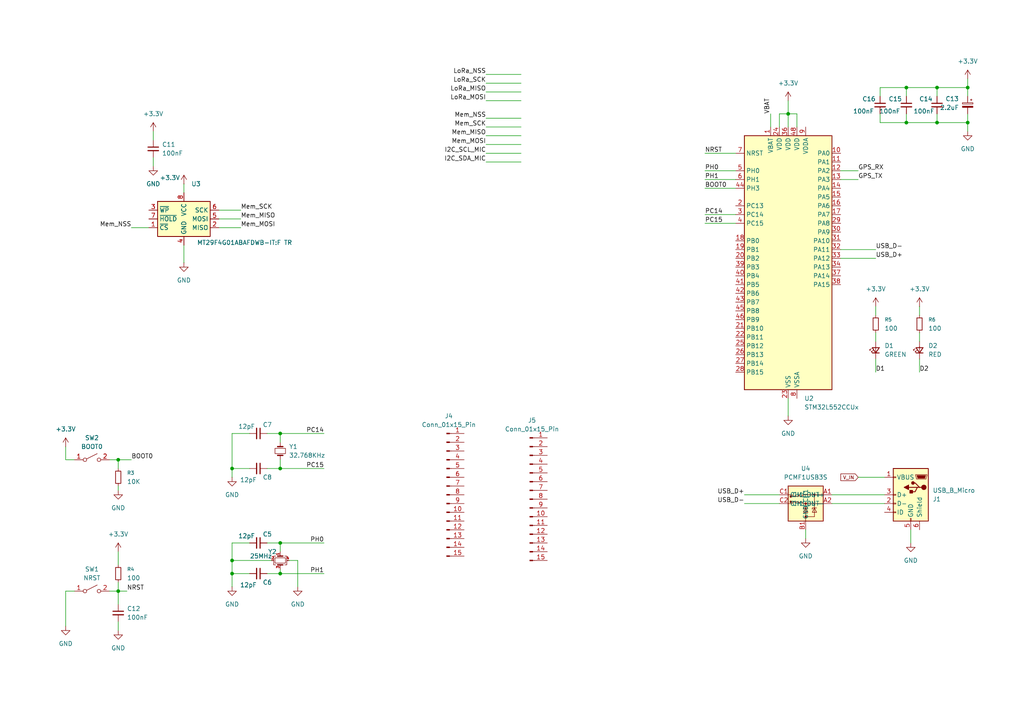
<source format=kicad_sch>
(kicad_sch (version 20250114) (generator "eeschema") (generator_version "9.0")
  (paper "A4")
  (lib_symbols
    (symbol "Connector:Conn_01x15_Pin" (pin_names (offset 1.016) (hide yes))
      (property "Reference" "J" (at 0 20.32 0))
      (property "Value" "Conn_01x15_Pin" (at 0 -20.32 0))
      (symbol "Conn_01x15_Pin_1_1"
        (rectangle (start 0.8636 17.907) (end 0 17.653) (stroke (width 0.1524)) (fill (type outline)))
        (rectangle (start 0.8636 15.367) (end 0 15.113) (stroke (width 0.1524)) (fill (type outline)))
        (rectangle (start 0.8636 12.827) (end 0 12.573) (stroke (width 0.1524)) (fill (type outline)))
        (rectangle (start 0.8636 10.287) (end 0 10.033) (stroke (width 0.1524)) (fill (type outline)))
        (rectangle (start 0.8636 7.747) (end 0 7.493) (stroke (width 0.1524)) (fill (type outline)))
        (rectangle (start 0.8636 5.207) (end 0 4.953) (stroke (width 0.1524)) (fill (type outline)))
        (rectangle (start 0.8636 2.667) (end 0 2.413) (stroke (width 0.1524)) (fill (type outline)))
        (rectangle (start 0.8636 0.127) (end 0 -0.127) (stroke (width 0.1524)) (fill (type outline)))
        (rectangle (start 0.8636 -2.413) (end 0 -2.667) (stroke (width 0.1524)) (fill (type outline)))
        (rectangle (start 0.8636 -4.953) (end 0 -5.207) (stroke (width 0.1524)) (fill (type outline)))
        (rectangle (start 0.8636 -7.493) (end 0 -7.747) (stroke (width 0.1524)) (fill (type outline)))
        (rectangle (start 0.8636 -10.033) (end 0 -10.287) (stroke (width 0.1524)) (fill (type outline)))
        (rectangle (start 0.8636 -12.573) (end 0 -12.827) (stroke (width 0.1524)) (fill (type outline)))
        (rectangle (start 0.8636 -15.113) (end 0 -15.367) (stroke (width 0.1524)) (fill (type outline)))
        (rectangle (start 0.8636 -17.653) (end 0 -17.907) (stroke (width 0.1524)) (fill (type outline)))
        (polyline (pts (xy 1.27 17.78) (xy 0.8636 17.78)) (stroke (width 0.1524)))
        (polyline (pts (xy 1.27 15.24) (xy 0.8636 15.24)) (stroke (width 0.1524)))
        (polyline (pts (xy 1.27 12.7) (xy 0.8636 12.7)) (stroke (width 0.1524)))
        (polyline (pts (xy 1.27 10.16) (xy 0.8636 10.16)) (stroke (width 0.1524)))
        (polyline (pts (xy 1.27 7.62) (xy 0.8636 7.62)) (stroke (width 0.1524)))
        (polyline (pts (xy 1.27 5.08) (xy 0.8636 5.08)) (stroke (width 0.1524)))
        (polyline (pts (xy 1.27 2.54) (xy 0.8636 2.54)) (stroke (width 0.1524)))
        (polyline (pts (xy 1.27 0) (xy 0.8636 0)) (stroke (width 0.1524)))
        (polyline (pts (xy 1.27 -2.54) (xy 0.8636 -2.54)) (stroke (width 0.1524)))
        (polyline (pts (xy 1.27 -5.08) (xy 0.8636 -5.08)) (stroke (width 0.1524)))
        (polyline (pts (xy 1.27 -7.62) (xy 0.8636 -7.62)) (stroke (width 0.1524)))
        (polyline (pts (xy 1.27 -10.16) (xy 0.8636 -10.16)) (stroke (width 0.1524)))
        (polyline (pts (xy 1.27 -12.7) (xy 0.8636 -12.7)) (stroke (width 0.1524)))
        (polyline (pts (xy 1.27 -15.24) (xy 0.8636 -15.24)) (stroke (width 0.1524)))
        (polyline (pts (xy 1.27 -17.78) (xy 0.8636 -17.78)) (stroke (width 0.1524)))
        (pin passive line (at 5.08 17.78 180) (length 3.81) (name "Pin_1") (number "1"))
        (pin passive line (at 5.08 15.24 180) (length 3.81) (name "Pin_2") (number "2"))
        (pin passive line (at 5.08 12.7 180) (length 3.81) (name "Pin_3") (number "3"))
        (pin passive line (at 5.08 10.16 180) (length 3.81) (name "Pin_4") (number "4"))
        (pin passive line (at 5.08 7.62 180) (length 3.81) (name "Pin_5") (number "5"))
        (pin passive line (at 5.08 5.08 180) (length 3.81) (name "Pin_6") (number "6"))
        (pin passive line (at 5.08 2.54 180) (length 3.81) (name "Pin_7") (number "7"))
        (pin passive line (at 5.08 0 180) (length 3.81) (name "Pin_8") (number "8"))
        (pin passive line (at 5.08 -2.54 180) (length 3.81) (name "Pin_9") (number "9"))
        (pin passive line (at 5.08 -5.08 180) (length 3.81) (name "Pin_10") (number "10"))
        (pin passive line (at 5.08 -7.62 180) (length 3.81) (name "Pin_11") (number "11"))
        (pin passive line (at 5.08 -10.16 180) (length 3.81) (name "Pin_12") (number "12"))
        (pin passive line (at 5.08 -12.7 180) (length 3.81) (name "Pin_13") (number "13"))
        (pin passive line (at 5.08 -15.24 180) (length 3.81) (name "Pin_14") (number "14"))
        (pin passive line (at 5.08 -17.78 180) (length 3.81) (name "Pin_15") (number "15"))
      )
    )
    (symbol "Connector:USB_B_Micro" (pin_names (offset 1.016))
      (property "Reference" "J" (at -5.08 11.43 0))
      (property "Value" "USB_B_Micro" (at -5.08 8.89 0))
      (symbol "USB_B_Micro_0_1"
        (rectangle (start -5.08 -7.62) (end 5.08 7.62) (stroke (width 0.254)) (fill (type background)))
        (polyline (pts (xy -4.699 5.842) (xy -4.699 5.588) (xy -4.445 4.826) (xy -4.445 4.572) (xy -1.651 4.572) (xy -1.651 4.826) (xy -1.397 5.588) (xy -1.397 5.842) (xy -4.699 5.842)))
        (polyline (pts (xy -4.318 5.588) (xy -1.778 5.588) (xy -2.032 4.826) (xy -4.064 4.826) (xy -4.318 5.588)) (fill (type outline)))
        (circle (center -3.81 2.159) (radius 0.635) (stroke (width 0.254)) (fill (type outline)))
        (polyline (pts (xy -3.175 2.159) (xy -2.54 2.159) (xy -1.27 3.429) (xy -0.635 3.429)) (stroke (width 0.254)))
        (polyline (pts (xy -2.54 2.159) (xy -1.905 2.159) (xy -1.27 0.889) (xy 0 0.889)) (stroke (width 0.254)))
        (polyline (pts (xy -1.905 2.159) (xy 0.635 2.159)) (stroke (width 0.254)))
        (circle (center -0.635 3.429) (radius 0.381) (stroke (width 0.254)) (fill (type outline)))
        (rectangle (start -0.127 -7.62) (end 0.127 -6.858))
        (rectangle (start 0.254 1.27) (end -0.508 0.508) (stroke (width 0.254)) (fill (type outline)))
        (polyline (pts (xy 0.635 2.794) (xy 0.635 1.524) (xy 1.905 2.159) (xy 0.635 2.794)) (stroke (width 0.254)) (fill (type outline)))
        (rectangle (start 5.08 4.953) (end 4.318 5.207))
        (rectangle (start 5.08 -0.127) (end 4.318 0.127))
        (rectangle (start 5.08 -2.667) (end 4.318 -2.413))
        (rectangle (start 5.08 -5.207) (end 4.318 -4.953))
      )
      (symbol "USB_B_Micro_1_1"
        (pin passive line (at -2.54 -10.16 90) (length 2.54) (name "Shield") (number "6"))
        (pin power_out line (at 0 -10.16 90) (length 2.54) (name "GND") (number "5"))
        (pin power_out line (at 7.62 5.08 180) (length 2.54) (name "VBUS") (number "1"))
        (pin bidirectional line (at 7.62 0 180) (length 2.54) (name "D+") (number "3"))
        (pin bidirectional line (at 7.62 -2.54 180) (length 2.54) (name "D-") (number "2"))
        (pin passive line (at 7.62 -5.08 180) (length 2.54) (name "ID") (number "4"))
      )
    )
    (symbol "Device:C_Polarized_Small" (pin_numbers (hide yes)) (pin_names (offset 0.254) (hide yes))
      (property "Reference" "C" (at 0.254 1.778 0))
      (property "Value" "C_Polarized_Small" (at 0.254 -2.032 0))
      (symbol "C_Polarized_Small_0_1"
        (rectangle (start -1.524 0.6858) (end 1.524 0.3048))
        (rectangle (start -1.524 -0.3048) (end 1.524 -0.6858) (fill (type outline)))
        (polyline (pts (xy -1.27 1.524) (xy -0.762 1.524)))
        (polyline (pts (xy -1.016 1.27) (xy -1.016 1.778)))
      )
      (symbol "C_Polarized_Small_1_1"
        (pin passive line (at 0 2.54 270) (length 1.8542) (name "~") (number "1"))
        (pin passive line (at 0 -2.54 90) (length 1.8542) (name "~") (number "2"))
      )
    )
    (symbol "Device:C_Small" (pin_numbers (hide yes)) (pin_names (offset 0.254) (hide yes))
      (property "Reference" "C" (at 0.254 1.778 0))
      (property "Value" "C_Small" (at 0.254 -2.032 0))
      (symbol "C_Small_0_1"
        (polyline (pts (xy -1.524 0.508) (xy 1.524 0.508)) (stroke (width 0.3048)))
        (polyline (pts (xy -1.524 -0.508) (xy 1.524 -0.508)) (stroke (width 0.3302)))
      )
      (symbol "C_Small_1_1"
        (pin passive line (at 0 2.54 270) (length 2.032) (name "~") (number "1"))
        (pin passive line (at 0 -2.54 90) (length 2.032) (name "~") (number "2"))
      )
    )
    (symbol "Device:Crystal_GND24_Small" (pin_names (offset 1.016) (hide yes))
      (property "Reference" "Y" (at 1.27 4.445 0))
      (property "Value" "Crystal_GND24_Small" (at 1.27 2.54 0))
      (symbol "Crystal_GND24_Small_0_1"
        (polyline (pts (xy -1.27 1.27) (xy -1.27 1.905) (xy 1.27 1.905) (xy 1.27 1.27)))
        (polyline (pts (xy -1.27 -0.762) (xy -1.27 0.762)) (stroke (width 0.381)))
        (polyline (pts (xy -1.27 -1.27) (xy -1.27 -1.905) (xy 1.27 -1.905) (xy 1.27 -1.27)))
        (rectangle (start -0.762 -1.524) (end 0.762 1.524))
        (polyline (pts (xy 1.27 -0.762) (xy 1.27 0.762)) (stroke (width 0.381)))
      )
      (symbol "Crystal_GND24_Small_1_1"
        (pin passive line (at -2.54 0 0) (length 1.27) (name "1") (number "1"))
        (pin passive line (at 0 2.54 270) (length 0.635) (name "4") (number "4"))
        (pin passive line (at 0 -2.54 90) (length 0.635) (name "2") (number "2"))
        (pin passive line (at 2.54 0 180) (length 1.27) (name "3") (number "3"))
      )
    )
    (symbol "Device:Crystal_Small" (pin_numbers (hide yes)) (pin_names (offset 1.016) (hide yes))
      (property "Reference" "Y" (at 0 2.54 0))
      (property "Value" "Crystal_Small" (at 0 -2.54 0))
      (symbol "Crystal_Small_0_1"
        (polyline (pts (xy -1.27 -0.762) (xy -1.27 0.762)) (stroke (width 0.381)))
        (rectangle (start -0.762 -1.524) (end 0.762 1.524))
        (polyline (pts (xy 1.27 -0.762) (xy 1.27 0.762)) (stroke (width 0.381)))
      )
      (symbol "Crystal_Small_1_1"
        (pin passive line (at -2.54 0 0) (length 1.27) (name "1") (number "1"))
        (pin passive line (at 2.54 0 180) (length 1.27) (name "2") (number "2"))
      )
    )
    (symbol "Device:LED_Small" (pin_numbers (hide yes)) (pin_names (offset 0.254) (hide yes))
      (property "Reference" "D" (at -1.27 3.175 0))
      (property "Value" "LED_Small" (at -4.445 -2.54 0))
      (symbol "LED_Small_0_1"
        (polyline (pts (xy -0.762 -1.016) (xy -0.762 1.016)) (stroke (width 0.254)))
        (polyline (pts (xy 0 0.762) (xy -0.508 1.27) (xy -0.254 1.27) (xy -0.508 1.27) (xy -0.508 1.016)))
        (polyline (pts (xy 0.508 1.27) (xy 0 1.778) (xy 0.254 1.778) (xy 0 1.778) (xy 0 1.524)))
        (polyline (pts (xy 0.762 -1.016) (xy -0.762 0) (xy 0.762 1.016) (xy 0.762 -1.016)) (stroke (width 0.254)))
        (polyline (pts (xy 1.016 0) (xy -0.762 0)))
      )
      (symbol "LED_Small_1_1"
        (pin passive line (at -2.54 0 0) (length 1.778) (name "K") (number "1"))
        (pin passive line (at 2.54 0 180) (length 1.778) (name "A") (number "2"))
      )
    )
    (symbol "Device:R_Small" (pin_numbers (hide yes)) (pin_names (offset 0.254) (hide yes))
      (property "Reference" "R" (at 0 0 90))
      (property "Value" "R_Small" (at 1.778 0 90))
      (symbol "R_Small_0_1"
        (rectangle (start -0.762 1.778) (end 0.762 -1.778) (stroke (width 0.2032)))
      )
      (symbol "R_Small_1_1"
        (pin passive line (at 0 2.54 270) (length 0.762) (name "~") (number "1"))
        (pin passive line (at 0 -2.54 90) (length 0.762) (name "~") (number "2"))
      )
    )
    (symbol "MCU_ST_STM32L5:STM32L552CCUx"
      (property "Reference" "U" (at -12.7 39.37 0))
      (property "Value" "STM32L552CCUx" (at 7.62 39.37 0))
      (symbol "STM32L552CCUx_0_1"
        (rectangle (start -12.7 -35.56) (end 12.7 38.1) (stroke (width 0.254)) (fill (type background)))
      )
      (symbol "STM32L552CCUx_1_1"
        (pin input line (at -15.24 33.02 0) (length 2.54) (name "NRST") (number "7"))
        (pin bidirectional line (at -15.24 27.94 0) (length 2.54) (name "PH0") (number "5"))
        (pin bidirectional line (at -15.24 25.4 0) (length 2.54) (name "PH1") (number "6"))
        (pin bidirectional line (at -15.24 22.86 0) (length 2.54) (name "PH3") (number "44"))
        (pin bidirectional line (at -15.24 17.78 0) (length 2.54) (name "PC13") (number "2"))
        (pin bidirectional line (at -15.24 15.24 0) (length 2.54) (name "PC14") (number "3"))
        (pin bidirectional line (at -15.24 12.7 0) (length 2.54) (name "PC15") (number "4"))
        (pin bidirectional line (at -15.24 7.62 0) (length 2.54) (name "PB0") (number "18"))
        (pin bidirectional line (at -15.24 5.08 0) (length 2.54) (name "PB1") (number "19"))
        (pin bidirectional line (at -15.24 2.54 0) (length 2.54) (name "PB2") (number "20"))
        (pin bidirectional line (at -15.24 0 0) (length 2.54) (name "PB3") (number "39"))
        (pin bidirectional line (at -15.24 -2.54 0) (length 2.54) (name "PB4") (number "40"))
        (pin bidirectional line (at -15.24 -5.08 0) (length 2.54) (name "PB5") (number "41"))
        (pin bidirectional line (at -15.24 -7.62 0) (length 2.54) (name "PB6") (number "42"))
        (pin bidirectional line (at -15.24 -10.16 0) (length 2.54) (name "PB7") (number "43"))
        (pin bidirectional line (at -15.24 -12.7 0) (length 2.54) (name "PB8") (number "45"))
        (pin bidirectional line (at -15.24 -15.24 0) (length 2.54) (name "PB9") (number "46"))
        (pin bidirectional line (at -15.24 -17.78 0) (length 2.54) (name "PB10") (number "21"))
        (pin bidirectional line (at -15.24 -20.32 0) (length 2.54) (name "PB11") (number "22"))
        (pin bidirectional line (at -15.24 -22.86 0) (length 2.54) (name "PB12") (number "25"))
        (pin bidirectional line (at -15.24 -25.4 0) (length 2.54) (name "PB13") (number "26"))
        (pin bidirectional line (at -15.24 -27.94 0) (length 2.54) (name "PB14") (number "27"))
        (pin bidirectional line (at -15.24 -30.48 0) (length 2.54) (name "PB15") (number "28"))
        (pin power_in line (at -5.08 40.64 270) (length 2.54) (name "VBAT") (number "1"))
        (pin power_in line (at -2.54 40.64 270) (length 2.54) (name "VDD") (number "24"))
        (pin power_in line (at 0 40.64 270) (length 2.54) (name "VDD") (number "36"))
        (pin power_in line (at 0 -38.1 90) (length 2.54) (name "VSS") (number "23"))
        (pin passive line (at 0 -38.1 90) (length 2.54) (hide yes) (name "VSS") (number "35"))
        (pin passive line (at 0 -38.1 90) (length 2.54) (hide yes) (name "VSS") (number "47"))
        (pin passive line (at 0 -38.1 90) (length 2.54) (hide yes) (name "VSS") (number "49"))
        (pin power_in line (at 2.54 40.64 270) (length 2.54) (name "VDD") (number "48"))
        (pin power_in line (at 2.54 -38.1 90) (length 2.54) (name "VSSA") (number "8"))
        (pin power_in line (at 5.08 40.64 270) (length 2.54) (name "VDDA") (number "9"))
        (pin bidirectional line (at 15.24 33.02 180) (length 2.54) (name "PA0") (number "10"))
        (pin bidirectional line (at 15.24 30.48 180) (length 2.54) (name "PA1") (number "11"))
        (pin bidirectional line (at 15.24 27.94 180) (length 2.54) (name "PA2") (number "12"))
        (pin bidirectional line (at 15.24 25.4 180) (length 2.54) (name "PA3") (number "13"))
        (pin bidirectional line (at 15.24 22.86 180) (length 2.54) (name "PA4") (number "14"))
        (pin bidirectional line (at 15.24 20.32 180) (length 2.54) (name "PA5") (number "15"))
        (pin bidirectional line (at 15.24 17.78 180) (length 2.54) (name "PA6") (number "16"))
        (pin bidirectional line (at 15.24 15.24 180) (length 2.54) (name "PA7") (number "17"))
        (pin bidirectional line (at 15.24 12.7 180) (length 2.54) (name "PA8") (number "29"))
        (pin bidirectional line (at 15.24 10.16 180) (length 2.54) (name "PA9") (number "30"))
        (pin bidirectional line (at 15.24 7.62 180) (length 2.54) (name "PA10") (number "31"))
        (pin bidirectional line (at 15.24 5.08 180) (length 2.54) (name "PA11") (number "32"))
        (pin bidirectional line (at 15.24 2.54 180) (length 2.54) (name "PA12") (number "33"))
        (pin bidirectional line (at 15.24 0 180) (length 2.54) (name "PA13") (number "34"))
        (pin bidirectional line (at 15.24 -2.54 180) (length 2.54) (name "PA14") (number "37"))
        (pin bidirectional line (at 15.24 -5.08 180) (length 2.54) (name "PA15") (number "38"))
      )
    )
    (symbol "Memory_EEPROM:CAT250xxx"
      (property "Reference" "U" (at -7.62 6.35 0))
      (property "Value" "CAT250xxx" (at 2.54 -6.35 0))
      (symbol "CAT250xxx_1_1"
        (rectangle (start -7.62 5.08) (end 7.62 -5.08) (stroke (width 0.254)) (fill (type background)))
        (pin input line (at -10.16 2.54 0) (length 2.54) (name "~{WP}") (number "3"))
        (pin input line (at -10.16 0 0) (length 2.54) (name "~{HOLD}") (number "7"))
        (pin input line (at -10.16 -2.54 0) (length 2.54) (name "~{CS}") (number "1"))
        (pin power_in line (at 0 7.62 270) (length 2.54) (name "VCC") (number "8"))
        (pin power_in line (at 0 -7.62 90) (length 2.54) (name "GND") (number "4"))
        (pin input line (at 10.16 2.54 180) (length 2.54) (name "SCK") (number "6"))
        (pin input line (at 10.16 0 180) (length 2.54) (name "MOSI") (number "5"))
        (pin tri_state line (at 10.16 -2.54 180) (length 2.54) (name "MISO") (number "2"))
      )
    )
    (symbol "Switch:SW_SPST" (pin_names (offset 0) (hide yes))
      (property "Reference" "SW" (at 0 3.175 0))
      (property "Value" "SW_SPST" (at 0 -2.54 0))
      (symbol "SW_SPST_0_0"
        (circle (center -2.032 0) (radius 0.508))
        (polyline (pts (xy -1.524 0.254) (xy 1.524 1.778)))
        (circle (center 2.032 0) (radius 0.508))
      )
      (symbol "SW_SPST_1_1"
        (pin passive line (at -5.08 0 0) (length 2.54) (name "A") (number "1"))
        (pin passive line (at 5.08 0 180) (length 2.54) (name "B") (number "2"))
      )
    )
    (symbol "_W_MX8M:PCMF1HDMI2S"
      (property "Reference" "U" (at 0 0 0))
      (symbol "PCMF1HDMI2S_0_1"
        (rectangle (start -5.08 -1.27) (end 5.08 -11.43) (stroke (width 0.254)) (fill (type background)))
        (polyline (pts (xy -5.08 -3.81) (xy 0.889 -3.81)))
        (polyline (pts (xy -5.08 -6.35) (xy 0.889 -6.35)))
        (polyline (pts (xy -2.54 -3.81) (xy -2.54 -10.16)))
        (polyline (pts (xy 0 -6.35) (xy 0 -11.43)))
        (arc (start 1.905 -3.8477) (mid 1.397 -4.3194) (end 0.889 -3.8477))
        (arc (start 0.889 -6.3123) (mid 1.397 -5.8406) (end 1.905 -6.3123))
        (arc (start 2.921 -3.8477) (mid 2.413 -4.3194) (end 1.905 -3.8477))
        (arc (start 1.905 -6.3123) (mid 2.413 -5.8406) (end 2.921 -6.3123))
        (arc (start 3.937 -3.8477) (mid 3.429 -4.3194) (end 2.921 -3.8477))
        (arc (start 2.921 -6.3123) (mid 3.429 -5.8406) (end 3.937 -6.3123))
        (polyline (pts (xy 5.08 -3.81) (xy 3.937 -3.81)))
        (polyline (pts (xy 5.08 -6.35) (xy 3.937 -6.35)))
      )
      (symbol "PCMF1HDMI2S_1_1"
        (polyline (pts (xy -3.175 -8.89) (xy -1.905 -8.89) (xy -2.54 -7.62) (xy -3.175 -8.89)))
        (circle (center -2.54 -3.81) (radius 0.254) (fill (type outline)))
        (polyline (pts (xy -1.905 -8.001) (xy -1.905 -7.62) (xy -3.175 -7.62)))
        (polyline (pts (xy -0.635 -8.89) (xy 0.635 -8.89) (xy 0 -7.62) (xy -0.635 -8.89)))
        (circle (center 0 -6.35) (radius 0.254) (fill (type outline)))
        (polyline (pts (xy 0 -10.16) (xy -2.54 -10.16)))
        (circle (center 0 -10.16) (radius 0.254) (fill (type outline)))
        (polyline (pts (xy 0.635 -8.001) (xy 0.635 -7.62) (xy -0.635 -7.62)))
        (circle (center 4.318 -4.318) (radius 0.254) (fill (type outline)))
        (circle (center 4.318 -5.842) (radius 0.254) (fill (type outline)))
        (pin passive line (at -7.62 -3.81 0) (length 2.54) (name "CH1_IN+") (number "A1"))
        (pin passive line (at -7.62 -6.35 0) (length 2.54) (name "CH1_IN-") (number "A2"))
        (pin power_in line (at 0 -13.97 90) (length 2.54) (name "GND_CH1") (number "B1"))
        (pin passive line (at 7.62 -3.81 180) (length 2.54) (name "CH1_OUT+") (number "C1"))
        (pin passive line (at 7.62 -6.35 180) (length 2.54) (name "CH1_OUT-") (number "C2"))
      )
    )
    (symbol "power:+3.3V" (power) (pin_numbers (hide yes)) (pin_names (offset 0) (hide yes))
      (property "Value" "+3.3V" (at 0 3.556 0))
      (symbol "+3.3V_0_1"
        (polyline (pts (xy -0.762 1.27) (xy 0 2.54)))
        (polyline (pts (xy 0 2.54) (xy 0.762 1.27)))
        (polyline (pts (xy 0 0) (xy 0 2.54)))
      )
      (symbol "+3.3V_1_1"
        (pin power_in line (at 0 0 90) (length 0) (name "~") (number "1"))
      )
    )
    (symbol "power:GND" (power) (pin_numbers (hide yes)) (pin_names (offset 0) (hide yes))
      (property "Value" "GND" (at 0 -3.81 0))
      (symbol "GND_0_1"
        (polyline (pts (xy 0 0) (xy 0 -1.27) (xy 1.27 -1.27) (xy 0 -2.54) (xy -1.27 -1.27) (xy 0 -1.27)))
      )
      (symbol "GND_1_1"
        (pin power_in line (at 0 0 270) (length 0) (name "~") (number "1"))
      )
    )
  )
  (junction (at 34.29 133.35))
  (junction (at 67.31 135.89))
  (junction (at 67.31 162.56))
  (junction (at 262.89 25.4))
  (junction (at 81.28 166.37))
  (junction (at 228.6 33.02))
  (junction (at 271.78 35.56))
  (junction (at 271.78 25.4))
  (junction (at 280.67 35.56))
  (junction (at 67.31 166.37))
  (junction (at 81.28 157.48))
  (junction (at 81.28 135.89))
  (junction (at 34.29 171.45))
  (junction (at 81.28 125.73))
  (junction (at 262.89 35.56))
  (junction (at 280.67 25.4))
  (wire (pts (xy 77.47 135.89) (xy 81.28 135.89)))
  (wire (pts (xy 81.28 157.48) (xy 81.28 160.02)))
  (wire (pts (xy 34.29 140.97) (xy 34.29 142.24)))
  (wire (pts (xy 204.47 62.23) (xy 213.36 62.23)))
  (wire (pts (xy 204.47 54.61) (xy 213.36 54.61)))
  (wire (pts (xy 280.67 38.1) (xy 280.67 35.56)))
  (wire (pts (xy 266.7 96.52) (xy 266.7 99.06)))
  (wire (pts (xy 151.13 36.83) (xy 140.97 36.83)))
  (wire (pts (xy 53.34 55.88) (xy 53.34 53.34)))
  (wire (pts (xy 233.68 153.67) (xy 233.68 156.21)))
  (wire (pts (xy 81.28 157.48) (xy 93.98 157.48)))
  (wire (pts (xy 271.78 35.56) (xy 271.78 33.02)))
  (wire (pts (xy 204.47 44.45) (xy 213.36 44.45)))
  (wire (pts (xy 204.47 52.07) (xy 213.36 52.07)))
  (wire (pts (xy 83.82 162.56) (xy 86.36 162.56)))
  (wire (pts (xy 271.78 27.94) (xy 271.78 25.4)))
  (wire (pts (xy 19.05 171.45) (xy 19.05 181.61)))
  (wire (pts (xy 254 74.93) (xy 243.84 74.93)))
  (wire (pts (xy 215.9 143.51) (xy 226.06 143.51)))
  (wire (pts (xy 81.28 165.1) (xy 81.28 166.37)))
  (wire (pts (xy 81.28 135.89) (xy 93.98 135.89)))
  (wire (pts (xy 266.7 104.14) (xy 266.7 107.95)))
  (wire (pts (xy 151.13 24.13) (xy 140.97 24.13)))
  (wire (pts (xy 67.31 166.37) (xy 67.31 170.18)))
  (wire (pts (xy 151.13 44.45) (xy 140.97 44.45)))
  (wire (pts (xy 67.31 135.89) (xy 67.31 138.43)))
  (wire (pts (xy 243.84 52.07) (xy 248.92 52.07)))
  (wire (pts (xy 53.34 71.12) (xy 53.34 76.2)))
  (wire (pts (xy 31.75 171.45) (xy 34.29 171.45)))
  (wire (pts (xy 151.13 39.37) (xy 140.97 39.37)))
  (wire (pts (xy 280.67 35.56) (xy 271.78 35.56)))
  (wire (pts (xy 63.5 66.04) (xy 69.85 66.04)))
  (wire (pts (xy 226.06 33.02) (xy 228.6 33.02)))
  (wire (pts (xy 271.78 35.56) (xy 262.89 35.56)))
  (wire (pts (xy 228.6 33.02) (xy 231.14 33.02)))
  (wire (pts (xy 280.67 25.4) (xy 271.78 25.4)))
  (wire (pts (xy 255.27 27.94) (xy 255.27 25.4)))
  (wire (pts (xy 271.78 25.4) (xy 262.89 25.4)))
  (wire (pts (xy 151.13 21.59) (xy 140.97 21.59)))
  (wire (pts (xy 34.29 160.02) (xy 34.29 163.83)))
  (wire (pts (xy 63.5 63.5) (xy 69.85 63.5)))
  (wire (pts (xy 262.89 35.56) (xy 255.27 35.56)))
  (wire (pts (xy 81.28 133.35) (xy 81.28 135.89)))
  (wire (pts (xy 34.29 182.88) (xy 34.29 180.34)))
  (wire (pts (xy 228.6 29.21) (xy 228.6 33.02)))
  (wire (pts (xy 34.29 133.35) (xy 38.1 133.35)))
  (wire (pts (xy 77.47 157.48) (xy 81.28 157.48)))
  (wire (pts (xy 231.14 33.02) (xy 231.14 36.83)))
  (wire (pts (xy 67.31 125.73) (xy 67.31 135.89)))
  (wire (pts (xy 81.28 125.73) (xy 93.98 125.73)))
  (wire (pts (xy 151.13 41.91) (xy 140.97 41.91)))
  (wire (pts (xy 67.31 135.89) (xy 72.39 135.89)))
  (wire (pts (xy 81.28 125.73) (xy 81.28 128.27)))
  (wire (pts (xy 21.59 171.45) (xy 19.05 171.45)))
  (wire (pts (xy 255.27 35.56) (xy 255.27 33.02)))
  (wire (pts (xy 77.47 166.37) (xy 81.28 166.37)))
  (wire (pts (xy 151.13 46.99) (xy 140.97 46.99)))
  (wire (pts (xy 280.67 27.94) (xy 280.67 25.4)))
  (wire (pts (xy 215.9 146.05) (xy 226.06 146.05)))
  (wire (pts (xy 44.45 40.64) (xy 44.45 38.1)))
  (wire (pts (xy 67.31 157.48) (xy 67.31 162.56)))
  (wire (pts (xy 266.7 88.9) (xy 266.7 91.44)))
  (wire (pts (xy 254 72.39) (xy 243.84 72.39)))
  (wire (pts (xy 67.31 166.37) (xy 72.39 166.37)))
  (wire (pts (xy 241.3 146.05) (xy 256.54 146.05)))
  (wire (pts (xy 67.31 162.56) (xy 67.31 166.37)))
  (wire (pts (xy 280.67 25.4) (xy 280.67 22.86)))
  (wire (pts (xy 21.59 133.35) (xy 19.05 133.35)))
  (wire (pts (xy 204.47 49.53) (xy 213.36 49.53)))
  (wire (pts (xy 63.5 60.96) (xy 69.85 60.96)))
  (wire (pts (xy 19.05 129.54) (xy 19.05 133.35)))
  (wire (pts (xy 151.13 29.21) (xy 140.97 29.21)))
  (wire (pts (xy 86.36 162.56) (xy 86.36 170.18)))
  (wire (pts (xy 31.75 133.35) (xy 34.29 133.35)))
  (wire (pts (xy 34.29 171.45) (xy 34.29 175.26)))
  (wire (pts (xy 223.52 33.02) (xy 223.52 36.83)))
  (wire (pts (xy 264.16 153.67) (xy 264.16 157.48)))
  (wire (pts (xy 226.06 36.83) (xy 226.06 33.02)))
  (wire (pts (xy 67.31 157.48) (xy 72.39 157.48)))
  (wire (pts (xy 67.31 125.73) (xy 72.39 125.73)))
  (wire (pts (xy 34.29 171.45) (xy 36.83 171.45)))
  (wire (pts (xy 81.28 166.37) (xy 93.98 166.37)))
  (wire (pts (xy 228.6 115.57) (xy 228.6 120.65)))
  (wire (pts (xy 151.13 26.67) (xy 140.97 26.67)))
  (wire (pts (xy 67.31 162.56) (xy 78.74 162.56)))
  (wire (pts (xy 254 88.9) (xy 254 91.44)))
  (wire (pts (xy 44.45 48.26) (xy 44.45 45.72)))
  (wire (pts (xy 243.84 49.53) (xy 248.92 49.53)))
  (wire (pts (xy 254 96.52) (xy 254 99.06)))
  (wire (pts (xy 248.92 138.43) (xy 256.54 138.43)))
  (wire (pts (xy 34.29 133.35) (xy 34.29 135.89)))
  (wire (pts (xy 262.89 27.94) (xy 262.89 25.4)))
  (wire (pts (xy 151.13 34.29) (xy 140.97 34.29)))
  (wire (pts (xy 280.67 35.56) (xy 280.67 33.02)))
  (wire (pts (xy 254 104.14) (xy 254 107.95)))
  (wire (pts (xy 43.18 66.04) (xy 38.1 66.04)))
  (wire (pts (xy 262.89 25.4) (xy 255.27 25.4)))
  (wire (pts (xy 34.29 168.91) (xy 34.29 171.45)))
  (wire (pts (xy 262.89 35.56) (xy 262.89 33.02)))
  (wire (pts (xy 228.6 33.02) (xy 228.6 36.83)))
  (wire (pts (xy 204.47 64.77) (xy 213.36 64.77)))
  (wire (pts (xy 77.47 125.73) (xy 81.28 125.73)))
  (wire (pts (xy 241.3 143.51) (xy 256.54 143.51)))
  (label "Mem_SCK" (at 69.85 60.96 0))
  (label "VBAT" (at 223.52 33.02 90))
  (label "D2" (at 266.7 107.95 0))
  (label "LoRa_SCK" (at 140.97 24.13 180))
  (label "I2C_SDA_MIC" (at 140.97 46.99 180))
  (label "PH1" (at 204.47 52.07 0))
  (label "LoRa_NSS" (at 140.97 21.59 180))
  (label "BOOT0" (at 38.1 133.35 0))
  (label "Mem_NSS" (at 140.97 34.29 180))
  (label "PC14" (at 204.47 62.23 0))
  (label "Mem_NSS" (at 38.1 66.04 180))
  (label "Mem_MISO" (at 140.97 39.37 180))
  (label "NRST" (at 36.83 171.45 0))
  (label "GPS_RX" (at 248.92 49.53 0))
  (label "PH1" (at 93.98 166.37 180))
  (label "USB_D-" (at 215.9 146.05 180))
  (label "D1" (at 254 107.95 0))
  (label "I2C_SCL_MIC" (at 140.97 44.45 180))
  (label "PC15" (at 204.47 64.77 0))
  (label "PC14" (at 93.98 125.73 180))
  (label "PH0" (at 93.98 157.48 180))
  (label "LoRa_MOSI" (at 140.97 29.21 180))
  (label "Mem_MOSI" (at 69.85 66.04 0))
  (label "Mem_MISO" (at 69.85 63.5 0))
  (label "Mem_SCK" (at 140.97 36.83 180))
  (label "LoRa_MISO" (at 140.97 26.67 180))
  (label "PC15" (at 93.98 135.89 180))
  (label "BOOT0" (at 204.47 54.61 0))
  (label "USB_D+" (at 215.9 143.51 180))
  (label "USB_D+" (at 254 74.93 0))
  (label "PH0" (at 204.47 49.53 0))
  (label "NRST" (at 204.47 44.45 0))
  (label "USB_D-" (at 254 72.39 0))
  (label "GPS_TX" (at 248.92 52.07 0))
  (label "Mem_MOSI" (at 140.97 41.91 180))
  (global_label "V_IN" (shape input) (at 248.92 138.43 180) (effects (font (size 1 1))) (property "Intersheetrefs" "${INTERSHEET_REFS}" (effects (hide yes))))
  (symbol (lib_id "Device:C_Small") (at 74.93 166.37 270) (unit 1)
    (property "Reference" "C6" (at 76.1938 168.91 90) (effects (justify left)))
    (property "Value" "12pF" (at 69.596 169.672 90) (effects (justify left)))
    (property "Footprint" "Capacitor_SMD:C_0402_1005Metric" (effects (hide yes)))
    (property "Description" "Unpolarized capacitor, small symbol" (effects (hide yes)))
  )
  (symbol (lib_id "MCU_ST_STM32L5:STM32L552CCUx") (at 228.6 77.47 0) (unit 1)
    (property "Reference" "U2" (at 233.2833 115.57 0) (effects (justify left)))
    (property "Value" "STM32L552CCUx" (at 233.2833 118.11 0) (effects (justify left)))
    (property "Footprint" "Package_DFN_QFN:QFN-48-1EP_7x7mm_P0.5mm_EP5.6x5.6mm" (effects (hide yes)))
    (property "Datasheet" "https://www.st.com/resource/en/datasheet/stm32l552cc.pdf" (effects (hide yes)))
    (property "Description" "STMicroelectronics Arm Cortex-M33 MCU, 256KB flash, 256KB RAM, 110 MHz, 1.71-3.6V, 38 GPIO, UFQFPN48" (effects (hide yes)))
  )
  (symbol (lib_id "Device:Crystal_GND24_Small") (at 81.28 162.56 270) (unit 1)
    (property "Reference" "Y2" (at 78.994 160.02 90))
    (property "Value" "25MHz" (at 75.692 161.29 90))
    (property "Footprint" "Crystal:Crystal_SMD_3225-4Pin_3.2x2.5mm" (effects (hide yes)))
    (property "Description" "Four pin crystal, GND on pins 2 and 4, small symbol" (effects (hide yes)))
  )
  (symbol (lib_id "power:+3.3V") (at 44.45 38.1 0) (unit 1)
    (property "Reference" "#PWR015" (effects (hide yes)))
    (property "Value" "+3.3V" (at 44.45 33.02 0))
    (property "Description" "Power symbol creates a global label with name \"+3.3V\"" (effects (hide yes)))
  )
  (symbol (lib_id "Switch:SW_SPST") (at 26.67 171.45 0) (unit 1)
    (property "Reference" "SW1" (at 26.67 165.1 0))
    (property "Value" "NRST" (at 26.67 167.64 0))
    (property "Footprint" "Button_Switch_SMD:SW_Push_1P1T_XKB_TS-1187A" (effects (hide yes)))
    (property "Description" "Single Pole Single Throw (SPST) switch" (effects (hide yes)))
  )
  (symbol (lib_id "Connector:USB_B_Micro") (at 264.16 143.51 0) (mirror y) (unit 1)
    (property "Reference" "J1" (at 270.51 144.7801 0) (effects (justify right)))
    (property "Value" "USB_B_Micro" (at 270.51 142.2401 0) (effects (justify right)))
    (property "Footprint" "Connector_USB:USB_Mini-B_Wuerth_65100516121_Horizontal" (effects (hide yes)))
    (property "Description" "USB Micro Type B connector" (effects (hide yes)))
  )
  (symbol (lib_id "power:GND") (at 233.68 156.21 0) (unit 1)
    (property "Reference" "#PWR024" (effects (hide yes)))
    (property "Value" "GND" (at 233.68 161.29 0))
    (property "Description" "Power symbol creates a global label with name \"GND\" , ground" (effects (hide yes)))
  )
  (symbol (lib_id "Device:C_Small") (at 34.29 177.8 0) (unit 1)
    (property "Reference" "C12" (at 36.83 176.5362 0) (effects (justify left)))
    (property "Value" "100nF" (at 36.83 179.0762 0) (effects (justify left)))
    (property "Footprint" "Capacitor_SMD:C_0402_1005Metric" (effects (hide yes)))
    (property "Description" "Unpolarized capacitor, small symbol" (effects (hide yes)))
  )
  (symbol (lib_id "power:GND") (at 67.31 170.18 0) (unit 1)
    (property "Reference" "#PWR08" (effects (hide yes)))
    (property "Value" "GND" (at 67.31 175.26 0))
    (property "Description" "Power symbol creates a global label with name \"GND\" , ground" (effects (hide yes)))
  )
  (symbol (lib_id "_W_MX8M:PCMF1HDMI2S") (at 233.68 139.7 0) (mirror y) (unit 1)
    (property "Reference" "U4" (at 233.68 135.89 0))
    (property "Value" "PCMF1USB3S" (at 233.68 138.43 0))
    (property "Footprint" "_W_SBC:WLCSP52-1-2_NEX" (effects (hide yes)))
  )
  (symbol (lib_id "power:GND") (at 53.34 76.2 0) (unit 1)
    (property "Reference" "#PWR013" (effects (hide yes)))
    (property "Value" "GND" (at 53.34 81.28 0))
    (property "Description" "Power symbol creates a global label with name \"GND\" , ground" (effects (hide yes)))
  )
  (symbol (lib_id "power:GND") (at 228.6 120.65 0) (unit 1)
    (property "Reference" "#PWR06" (effects (hide yes)))
    (property "Value" "GND" (at 228.6 125.73 0))
    (property "Description" "Power symbol creates a global label with name \"GND\" , ground" (effects (hide yes)))
  )
  (symbol (lib_id "Device:C_Small") (at 262.89 30.48 0) (mirror y) (unit 1)
    (property "Reference" "C15" (at 261.62 28.702 0) (effects (justify left)))
    (property "Value" "100nF" (at 261.112 32.258 0) (effects (justify left)))
    (property "Footprint" "Capacitor_SMD:C_0402_1005Metric" (effects (hide yes)))
    (property "Description" "Unpolarized capacitor, small symbol" (effects (hide yes)))
  )
  (symbol (lib_id "Device:C_Polarized_Small") (at 280.67 30.48 0) (mirror y) (unit 1)
    (property "Reference" "C13" (at 278.13 28.6638 0) (effects (justify left)))
    (property "Value" "2.2uF" (at 278.13 31.2038 0) (effects (justify left)))
    (property "Footprint" "Capacitor_Tantalum_SMD:CP_EIA-1608-08_AVX-J" (effects (hide yes)))
    (property "Description" "Polarized capacitor, small symbol" (effects (hide yes)))
  )
  (symbol (lib_id "Memory_EEPROM:CAT250xxx") (at 53.34 63.5 0) (unit 1)
    (property "Reference" "U3" (at 55.4833 53.34 0) (effects (justify left)))
    (property "Value" "MT29F4G01ABAFDWB-IT:F TR" (at 57.15 70.358 0) (effects (justify left)))
    (property "Footprint" "_W_LoRa:SON127P600X800X65-8N" (effects (hide yes)))
    (property "Datasheet" "http://www.onsemi.com/PowerSolutions/product.do?id=CAT25040" (effects (hide yes)))
    (property "Description" "ON Semiconductor SPI Serial EEPROM, DIP-8/SOIC-8/TSSOP-8" (effects (hide yes)))
  )
  (symbol (lib_id "Device:LED_Small") (at 266.7 101.6 90) (unit 1)
    (property "Reference" "D2" (at 269.24 100.2664 90) (effects (justify right)))
    (property "Value" "RED" (at 269.24 102.8064 90) (effects (justify right)))
    (property "Footprint" "LED_SMD:LED_0402_1005Metric" (effects (hide yes)))
    (property "Description" "Light emitting diode, small symbol" (effects (hide yes)))
    (property "Sim.Pin" "1=K 2=A" (effects (hide yes)))
  )
  (symbol (lib_id "Device:LED_Small") (at 254 101.6 90) (unit 1)
    (property "Reference" "D1" (at 256.54 100.2664 90) (effects (justify right)))
    (property "Value" "GREEN" (at 256.54 102.8064 90) (effects (justify right)))
    (property "Footprint" "LED_SMD:LED_0402_1005Metric" (effects (hide yes)))
    (property "Description" "Light emitting diode, small symbol" (effects (hide yes)))
    (property "Sim.Pin" "1=K 2=A" (effects (hide yes)))
  )
  (symbol (lib_id "power:GND") (at 67.31 138.43 0) (unit 1)
    (property "Reference" "#PWR09" (effects (hide yes)))
    (property "Value" "GND" (at 67.31 143.51 0))
    (property "Description" "Power symbol creates a global label with name \"GND\" , ground" (effects (hide yes)))
  )
  (symbol (lib_id "Device:Crystal_Small") (at 81.28 130.81 90) (unit 1)
    (property "Reference" "Y1" (at 83.82 129.5399 90) (effects (justify right)))
    (property "Value" "32.768KHz" (at 83.82 132.0799 90) (effects (justify right)))
    (property "Footprint" "Crystal:Crystal_SMD_3215-2Pin_3.2x1.5mm" (effects (hide yes)))
    (property "Description" "Two pin crystal, small symbol" (effects (hide yes)))
  )
  (symbol (lib_id "power:+3.3V") (at 266.7 88.9 0) (unit 1)
    (property "Reference" "#PWR023" (effects (hide yes)))
    (property "Value" "+3.3V" (at 266.7 83.82 0))
    (property "Description" "Power symbol creates a global label with name \"+3.3V\"" (effects (hide yes)))
  )
  (symbol (lib_id "power:GND") (at 34.29 182.88 0) (unit 1)
    (property "Reference" "#PWR022" (effects (hide yes)))
    (property "Value" "GND" (at 34.29 187.96 0))
    (property "Description" "Power symbol creates a global label with name \"GND\" , ground" (effects (hide yes)))
  )
  (symbol (lib_id "Device:R_Small") (at 254 93.98 0) (unit 1)
    (property "Reference" "R5" (at 256.54 92.7099 0) (effects (font (size 1.016 1.016)) (justify left)))
    (property "Value" "100" (at 256.54 95.2499 0) (effects (justify left)))
    (property "Footprint" "Resistor_SMD:R_0402_1005Metric" (effects (hide yes)))
    (property "Description" "Resistor, small symbol" (effects (hide yes)))
  )
  (symbol (lib_id "Device:C_Small") (at 44.45 43.18 0) (unit 1)
    (property "Reference" "C11" (at 46.99 41.9162 0) (effects (justify left)))
    (property "Value" "100nF" (at 46.99 44.4562 0) (effects (justify left)))
    (property "Footprint" "Capacitor_SMD:C_0402_1005Metric" (effects (hide yes)))
    (property "Description" "Unpolarized capacitor, small symbol" (effects (hide yes)))
  )
  (symbol (lib_id "power:GND") (at 44.45 48.26 0) (unit 1)
    (property "Reference" "#PWR014" (effects (hide yes)))
    (property "Value" "GND" (at 44.45 53.34 0))
    (property "Description" "Power symbol creates a global label with name \"GND\" , ground" (effects (hide yes)))
  )
  (symbol (lib_id "power:GND") (at 280.67 38.1 0) (mirror y) (unit 1)
    (property "Reference" "#PWR027" (effects (hide yes)))
    (property "Value" "GND" (at 280.67 43.18 0))
    (property "Description" "Power symbol creates a global label with name \"GND\" , ground" (effects (hide yes)))
  )
  (symbol (lib_id "Device:R_Small") (at 34.29 166.37 0) (unit 1)
    (property "Reference" "R4" (at 36.83 165.0999 0) (effects (font (size 1.016 1.016)) (justify left)))
    (property "Value" "100" (at 36.83 167.6399 0) (effects (justify left)))
    (property "Footprint" "Resistor_SMD:R_0402_1005Metric" (effects (hide yes)))
    (property "Description" "Resistor, small symbol" (effects (hide yes)))
  )
  (symbol (lib_id "power:+3.3V") (at 53.34 53.34 0) (unit 1)
    (property "Reference" "#PWR016" (effects (hide yes)))
    (property "Value" "+3.3V" (at 49.276 51.562 0))
    (property "Description" "Power symbol creates a global label with name \"+3.3V\"" (effects (hide yes)))
  )
  (symbol (lib_id "Connector:Conn_01x15_Pin") (at 153.67 144.78 0) (unit 1)
    (property "Reference" "J5" (at 154.305 121.92 0))
    (property "Value" "Conn_01x15_Pin" (at 154.305 124.46 0))
    (property "Footprint" "Connector_PinSocket_2.54mm:PinSocket_1x15_P2.54mm_Vertical" (effects (hide yes)))
    (property "Description" "Generic connector, single row, 01x15, script generated" (effects (hide yes)))
  )
  (symbol (lib_id "Device:C_Small") (at 255.27 30.48 0) (mirror y) (unit 1)
    (property "Reference" "C16" (at 254 28.702 0) (effects (justify left)))
    (property "Value" "100nF" (at 253.492 32.258 0) (effects (justify left)))
    (property "Footprint" "Capacitor_SMD:C_0402_1005Metric" (effects (hide yes)))
    (property "Description" "Unpolarized capacitor, small symbol" (effects (hide yes)))
  )
  (symbol (lib_id "Device:C_Small") (at 74.93 125.73 270) (mirror x) (unit 1)
    (property "Reference" "C7" (at 76.1938 123.19 90) (effects (justify left)))
    (property "Value" "12pF" (at 69.088 123.698 90) (effects (justify left)))
    (property "Footprint" "Capacitor_SMD:C_0402_1005Metric" (effects (hide yes)))
    (property "Description" "Unpolarized capacitor, small symbol" (effects (hide yes)))
  )
  (symbol (lib_id "power:GND") (at 34.29 142.24 0) (unit 1)
    (property "Reference" "#PWR017" (effects (hide yes)))
    (property "Value" "GND" (at 34.29 147.32 0))
    (property "Description" "Power symbol creates a global label with name \"GND\" , ground" (effects (hide yes)))
  )
  (symbol (lib_id "Device:R_Small") (at 34.29 138.43 0) (unit 1)
    (property "Reference" "R3" (at 36.83 137.1599 0) (effects (font (size 1.016 1.016)) (justify left)))
    (property "Value" "10K" (at 36.83 139.6999 0) (effects (justify left)))
    (property "Footprint" "Resistor_SMD:R_0402_1005Metric" (effects (hide yes)))
    (property "Description" "Resistor, small symbol" (effects (hide yes)))
  )
  (symbol (lib_id "Device:C_Small") (at 271.78 30.48 0) (mirror y) (unit 1)
    (property "Reference" "C14" (at 270.51 28.702 0) (effects (justify left)))
    (property "Value" "100nF" (at 271.018 32.258 0) (effects (justify left)))
    (property "Footprint" "Capacitor_SMD:C_0402_1005Metric" (effects (hide yes)))
    (property "Description" "Unpolarized capacitor, small symbol" (effects (hide yes)))
  )
  (symbol (lib_id "Connector:Conn_01x15_Pin") (at 129.54 143.51 0) (unit 1)
    (property "Reference" "J4" (at 130.175 120.65 0))
    (property "Value" "Conn_01x15_Pin" (at 130.175 123.19 0))
    (property "Footprint" "Connector_PinSocket_2.54mm:PinSocket_1x15_P2.54mm_Vertical" (effects (hide yes)))
    (property "Description" "Generic connector, single row, 01x15, script generated" (effects (hide yes)))
  )
  (symbol (lib_id "power:GND") (at 86.36 170.18 0) (unit 1)
    (property "Reference" "#PWR07" (effects (hide yes)))
    (property "Value" "GND" (at 86.36 175.26 0))
    (property "Description" "Power symbol creates a global label with name \"GND\" , ground" (effects (hide yes)))
  )
  (symbol (lib_id "power:+3.3V") (at 280.67 22.86 0) (mirror y) (unit 1)
    (property "Reference" "#PWR026" (effects (hide yes)))
    (property "Value" "+3.3V" (at 280.67 17.78 0))
    (property "Description" "Power symbol creates a global label with name \"+3.3V\"" (effects (hide yes)))
  )
  (symbol (lib_id "power:+3.3V") (at 34.29 160.02 0) (unit 1)
    (property "Reference" "#PWR021" (effects (hide yes)))
    (property "Value" "+3.3V" (at 34.29 154.94 0))
    (property "Description" "Power symbol creates a global label with name \"+3.3V\"" (effects (hide yes)))
  )
  (symbol (lib_id "Switch:SW_SPST") (at 26.67 133.35 0) (unit 1)
    (property "Reference" "SW2" (at 26.67 127 0))
    (property "Value" "BOOT0" (at 26.67 129.54 0))
    (property "Footprint" "Button_Switch_SMD:SW_Push_1P1T_XKB_TS-1187A" (effects (hide yes)))
    (property "Description" "Single Pole Single Throw (SPST) switch" (effects (hide yes)))
  )
  (symbol (lib_id "power:+3.3V") (at 228.6 29.21 0) (unit 1)
    (property "Reference" "#PWR025" (effects (hide yes)))
    (property "Value" "+3.3V" (at 228.6 24.13 0))
    (property "Description" "Power symbol creates a global label with name \"+3.3V\"" (effects (hide yes)))
  )
  (symbol (lib_id "Device:C_Small") (at 74.93 135.89 270) (unit 1)
    (property "Reference" "C8" (at 76.1938 138.43 90) (effects (justify left)))
    (property "Value" "12pF" (at 69.596 139.192 90) (effects (justify left)))
    (property "Footprint" "Capacitor_SMD:C_0402_1005Metric" (effects (hide yes)))
    (property "Description" "Unpolarized capacitor, small symbol" (effects (hide yes)))
  )
  (symbol (lib_id "Device:R_Small") (at 266.7 93.98 0) (unit 1)
    (property "Reference" "R6" (at 269.24 92.7099 0) (effects (font (size 1.016 1.016)) (justify left)))
    (property "Value" "100" (at 269.24 95.2499 0) (effects (justify left)))
    (property "Footprint" "Resistor_SMD:R_0402_1005Metric" (effects (hide yes)))
    (property "Description" "Resistor, small symbol" (effects (hide yes)))
  )
  (symbol (lib_id "power:GND") (at 19.05 181.61 0) (unit 1)
    (property "Reference" "#PWR020" (effects (hide yes)))
    (property "Value" "GND" (at 19.05 186.69 0))
    (property "Description" "Power symbol creates a global label with name \"GND\" , ground" (effects (hide yes)))
  )
  (symbol (lib_id "Device:C_Small") (at 74.93 157.48 270) (mirror x) (unit 1)
    (property "Reference" "C5" (at 76.1938 154.94 90) (effects (justify left)))
    (property "Value" "12pF" (at 69.088 155.448 90) (effects (justify left)))
    (property "Footprint" "Capacitor_SMD:C_0402_1005Metric" (effects (hide yes)))
    (property "Description" "Unpolarized capacitor, small symbol" (effects (hide yes)))
  )
  (symbol (lib_id "power:GND") (at 264.16 157.48 0) (unit 1)
    (property "Reference" "#PWR012" (effects (hide yes)))
    (property "Value" "GND" (at 264.16 162.56 0))
    (property "Description" "Power symbol creates a global label with name \"GND\" , ground" (effects (hide yes)))
  )
  (symbol (lib_id "power:+3.3V") (at 254 88.9 0) (unit 1)
    (property "Reference" "#PWR019" (effects (hide yes)))
    (property "Value" "+3.3V" (at 254 83.82 0))
    (property "Description" "Power symbol creates a global label with name \"+3.3V\"" (effects (hide yes)))
  )
  (symbol (lib_id "power:+3.3V") (at 19.05 129.54 0) (unit 1)
    (property "Reference" "#PWR018" (effects (hide yes)))
    (property "Value" "+3.3V" (at 19.05 124.46 0))
    (property "Description" "Power symbol creates a global label with name \"+3.3V\"" (effects (hide yes)))
  )
)
</source>
